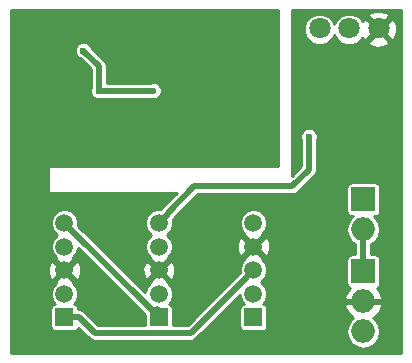
<source format=gbl>
G04 #@! TF.FileFunction,Copper,L2,Bot,Signal*
%FSLAX46Y46*%
G04 Gerber Fmt 4.6, Leading zero omitted, Abs format (unit mm)*
G04 Created by KiCad (PCBNEW 4.0.4-1.fc24-product) date Fri Jan 12 11:43:54 2018*
%MOMM*%
%LPD*%
G01*
G04 APERTURE LIST*
%ADD10C,0.100000*%
%ADD11O,1.998980X1.998980*%
%ADD12R,1.998980X1.998980*%
%ADD13R,1.500000X1.500000*%
%ADD14C,1.500000*%
%ADD15C,1.800000*%
%ADD16C,0.600000*%
%ADD17C,0.500000*%
%ADD18C,0.254000*%
G04 APERTURE END LIST*
D10*
D11*
X182300000Y-77680000D03*
D12*
X182300000Y-72600000D03*
D11*
X182300000Y-75140000D03*
X182300000Y-69040000D03*
D12*
X182300000Y-66500000D03*
D13*
X173000000Y-76500000D03*
D14*
X173000000Y-74500000D03*
X173000000Y-72500000D03*
X173000000Y-70500000D03*
X173000000Y-68500000D03*
D13*
X157000000Y-76500000D03*
D14*
X157000000Y-74500000D03*
X157000000Y-72500000D03*
X157000000Y-70500000D03*
X157000000Y-68500000D03*
D13*
X165000000Y-76500000D03*
D14*
X165000000Y-74500000D03*
X165000000Y-72500000D03*
X165000000Y-70500000D03*
X165000000Y-68500000D03*
D15*
X178600000Y-52000000D03*
X181100000Y-52000000D03*
X183600000Y-52000000D03*
D16*
X177700000Y-61200000D03*
X174300002Y-52400000D03*
X162400000Y-52400000D03*
X164500000Y-52400000D03*
X173500001Y-59200000D03*
X168300002Y-58800000D03*
X157000000Y-60999998D03*
X155000000Y-64300000D03*
X159900000Y-57300000D03*
X158600000Y-53900000D03*
X164500000Y-57300000D03*
D17*
X165000000Y-68500000D02*
X165749999Y-67750001D01*
X165749999Y-67750001D02*
X165749999Y-67650001D01*
X165749999Y-67650001D02*
X168000000Y-65400000D01*
X168000000Y-65400000D02*
X176300000Y-65400000D01*
X176300000Y-65400000D02*
X177700000Y-64000000D01*
X177700000Y-64000000D02*
X177700000Y-61200000D01*
X157000000Y-76500000D02*
X158250000Y-76500000D01*
X158250000Y-76500000D02*
X159550001Y-77800001D01*
X159550001Y-77800001D02*
X167699999Y-77800001D01*
X167699999Y-77800001D02*
X172250001Y-73249999D01*
X172250001Y-73249999D02*
X173000000Y-72500000D01*
X164400000Y-75900000D02*
X157000000Y-68500000D01*
X165000000Y-76000000D02*
X164900000Y-75900000D01*
X165000000Y-76500000D02*
X165000000Y-76000000D01*
X164900000Y-75900000D02*
X164800000Y-75800000D01*
X164900000Y-75900000D02*
X164400000Y-75900000D01*
X159900000Y-55200000D02*
X159900000Y-57300000D01*
X158600000Y-53900000D02*
X159900000Y-55200000D01*
X164500000Y-57300000D02*
X159900000Y-57300000D01*
X182300000Y-69040000D02*
X182300000Y-72600000D01*
D18*
G36*
X175073000Y-63673000D02*
X155700000Y-63673000D01*
X155650590Y-63683006D01*
X155608965Y-63711447D01*
X155581685Y-63753841D01*
X155573000Y-63800000D01*
X155573000Y-65800000D01*
X155583006Y-65849410D01*
X155611447Y-65891035D01*
X155653841Y-65918315D01*
X155700000Y-65927000D01*
X166515578Y-65927000D01*
X165271288Y-67171290D01*
X165169820Y-67323148D01*
X164766907Y-67322796D01*
X164334154Y-67501606D01*
X164002770Y-67832412D01*
X163823205Y-68264853D01*
X163822796Y-68733093D01*
X164001606Y-69165846D01*
X164332412Y-69497230D01*
X164338563Y-69499784D01*
X164334154Y-69501606D01*
X164002770Y-69832412D01*
X163823205Y-70264853D01*
X163822796Y-70733093D01*
X164001606Y-71165846D01*
X164242362Y-71407022D01*
X164208088Y-71528483D01*
X165000000Y-72320395D01*
X165791912Y-71528483D01*
X165757581Y-71406819D01*
X165997230Y-71167588D01*
X166176795Y-70735147D01*
X166177179Y-70295171D01*
X171602799Y-70295171D01*
X171630770Y-70845448D01*
X171787540Y-71223923D01*
X172028483Y-71291912D01*
X172820395Y-70500000D01*
X173179605Y-70500000D01*
X173971517Y-71291912D01*
X174212460Y-71223923D01*
X174397201Y-70704829D01*
X174369230Y-70154552D01*
X174212460Y-69776077D01*
X173971517Y-69708088D01*
X173179605Y-70500000D01*
X172820395Y-70500000D01*
X172028483Y-69708088D01*
X171787540Y-69776077D01*
X171602799Y-70295171D01*
X166177179Y-70295171D01*
X166177204Y-70266907D01*
X165998394Y-69834154D01*
X165667588Y-69502770D01*
X165661437Y-69500216D01*
X165665846Y-69498394D01*
X165997230Y-69167588D01*
X166176795Y-68735147D01*
X166176796Y-68733093D01*
X171822796Y-68733093D01*
X172001606Y-69165846D01*
X172242362Y-69407022D01*
X172208088Y-69528483D01*
X173000000Y-70320395D01*
X173791912Y-69528483D01*
X173757581Y-69406819D01*
X173997230Y-69167588D01*
X174176795Y-68735147D01*
X174177204Y-68266907D01*
X173998394Y-67834154D01*
X173667588Y-67502770D01*
X173235147Y-67323205D01*
X172766907Y-67322796D01*
X172334154Y-67501606D01*
X172002770Y-67832412D01*
X171823205Y-68264853D01*
X171822796Y-68733093D01*
X166176796Y-68733093D01*
X166177192Y-68280230D01*
X166228710Y-68228712D01*
X166375466Y-68009077D01*
X166382200Y-67975222D01*
X168280422Y-66077000D01*
X176300000Y-66077000D01*
X176559077Y-66025466D01*
X176778711Y-65878711D01*
X178178711Y-64478711D01*
X178325466Y-64259077D01*
X178377000Y-64000000D01*
X178377000Y-61465353D01*
X178426874Y-61345244D01*
X178427126Y-61056025D01*
X178316680Y-60788725D01*
X178112350Y-60584039D01*
X177845244Y-60473126D01*
X177556025Y-60472874D01*
X177288725Y-60583320D01*
X177084039Y-60787650D01*
X176973126Y-61054756D01*
X176972874Y-61343975D01*
X177023000Y-61465289D01*
X177023000Y-63719578D01*
X176227000Y-64515578D01*
X176227000Y-52362798D01*
X177272771Y-52362798D01*
X177474369Y-52850703D01*
X177847334Y-53224319D01*
X178334885Y-53426769D01*
X178862798Y-53427229D01*
X179350703Y-53225631D01*
X179724319Y-52852666D01*
X179850060Y-52549851D01*
X179974369Y-52850703D01*
X180347334Y-53224319D01*
X180834885Y-53426769D01*
X181362798Y-53427229D01*
X181850703Y-53225631D01*
X181896254Y-53180159D01*
X182699446Y-53180159D01*
X182785852Y-53436643D01*
X183359336Y-53646458D01*
X183969460Y-53620839D01*
X184414148Y-53436643D01*
X184500554Y-53180159D01*
X183600000Y-52279605D01*
X182699446Y-53180159D01*
X181896254Y-53180159D01*
X182224319Y-52852666D01*
X182231113Y-52836304D01*
X182263357Y-52914148D01*
X182519841Y-53000554D01*
X183420395Y-52100000D01*
X183779605Y-52100000D01*
X184680159Y-53000554D01*
X184936643Y-52914148D01*
X185146458Y-52340664D01*
X185120839Y-51730540D01*
X184936643Y-51285852D01*
X184680159Y-51199446D01*
X183779605Y-52100000D01*
X183420395Y-52100000D01*
X182519841Y-51199446D01*
X182263357Y-51285852D01*
X182233329Y-51367927D01*
X182225631Y-51349297D01*
X181896750Y-51019841D01*
X182699446Y-51019841D01*
X183600000Y-51920395D01*
X184500554Y-51019841D01*
X184414148Y-50763357D01*
X183840664Y-50553542D01*
X183230540Y-50579161D01*
X182785852Y-50763357D01*
X182699446Y-51019841D01*
X181896750Y-51019841D01*
X181852666Y-50975681D01*
X181365115Y-50773231D01*
X180837202Y-50772771D01*
X180349297Y-50974369D01*
X179975681Y-51347334D01*
X179849940Y-51650149D01*
X179725631Y-51349297D01*
X179352666Y-50975681D01*
X178865115Y-50773231D01*
X178337202Y-50772771D01*
X177849297Y-50974369D01*
X177475681Y-51347334D01*
X177273231Y-51834885D01*
X177272771Y-52362798D01*
X176227000Y-52362798D01*
X176227000Y-50502000D01*
X185498000Y-50502000D01*
X185498000Y-79498000D01*
X152502000Y-79498000D01*
X152502000Y-75750000D01*
X155814635Y-75750000D01*
X155814635Y-77250000D01*
X155844409Y-77408237D01*
X155937927Y-77553567D01*
X156080619Y-77651064D01*
X156250000Y-77685365D01*
X157750000Y-77685365D01*
X157908237Y-77655591D01*
X158053567Y-77562073D01*
X158151064Y-77419381D01*
X158161319Y-77368741D01*
X159071290Y-78278712D01*
X159290924Y-78425467D01*
X159550001Y-78477001D01*
X167699999Y-78477001D01*
X167959076Y-78425467D01*
X168178710Y-78278712D01*
X171822882Y-74634541D01*
X171822796Y-74733093D01*
X172001606Y-75165846D01*
X172165927Y-75330454D01*
X172091763Y-75344409D01*
X171946433Y-75437927D01*
X171848936Y-75580619D01*
X171814635Y-75750000D01*
X171814635Y-77250000D01*
X171844409Y-77408237D01*
X171937927Y-77553567D01*
X172080619Y-77651064D01*
X172250000Y-77685365D01*
X173750000Y-77685365D01*
X173908237Y-77655591D01*
X174053567Y-77562073D01*
X174151064Y-77419381D01*
X174185365Y-77250000D01*
X174185365Y-75750000D01*
X174155591Y-75591763D01*
X174109641Y-75520355D01*
X180710373Y-75520355D01*
X180976932Y-76099726D01*
X181444916Y-76532987D01*
X181452081Y-76535955D01*
X181291319Y-76643372D01*
X180982095Y-77106159D01*
X180873510Y-77652053D01*
X180873510Y-77707947D01*
X180982095Y-78253841D01*
X181291319Y-78716628D01*
X181754106Y-79025852D01*
X182300000Y-79134437D01*
X182845894Y-79025852D01*
X183308681Y-78716628D01*
X183617905Y-78253841D01*
X183726490Y-77707947D01*
X183726490Y-77652053D01*
X183617905Y-77106159D01*
X183308681Y-76643372D01*
X183147919Y-76535955D01*
X183155084Y-76532987D01*
X183623068Y-76099726D01*
X183889627Y-75520355D01*
X183770807Y-75267000D01*
X182427000Y-75267000D01*
X182427000Y-75287000D01*
X182173000Y-75287000D01*
X182173000Y-75267000D01*
X180829193Y-75267000D01*
X180710373Y-75520355D01*
X174109641Y-75520355D01*
X174062073Y-75446433D01*
X173919381Y-75348936D01*
X173833074Y-75331458D01*
X173997230Y-75167588D01*
X174166622Y-74759645D01*
X180710373Y-74759645D01*
X180829193Y-75013000D01*
X182173000Y-75013000D01*
X182173000Y-74993000D01*
X182427000Y-74993000D01*
X182427000Y-75013000D01*
X183770807Y-75013000D01*
X183889627Y-74759645D01*
X183623068Y-74180274D01*
X183437870Y-74008817D01*
X183457727Y-74005081D01*
X183603057Y-73911563D01*
X183700554Y-73768871D01*
X183734855Y-73599490D01*
X183734855Y-71600510D01*
X183705081Y-71442273D01*
X183611563Y-71296943D01*
X183468871Y-71199446D01*
X183299490Y-71165145D01*
X182977000Y-71165145D01*
X182977000Y-70298250D01*
X183308681Y-70076628D01*
X183617905Y-69613841D01*
X183726490Y-69067947D01*
X183726490Y-69012053D01*
X183617905Y-68466159D01*
X183308681Y-68003372D01*
X183206138Y-67934855D01*
X183299490Y-67934855D01*
X183457727Y-67905081D01*
X183603057Y-67811563D01*
X183700554Y-67668871D01*
X183734855Y-67499490D01*
X183734855Y-65500510D01*
X183705081Y-65342273D01*
X183611563Y-65196943D01*
X183468871Y-65099446D01*
X183299490Y-65065145D01*
X181300510Y-65065145D01*
X181142273Y-65094919D01*
X180996943Y-65188437D01*
X180899446Y-65331129D01*
X180865145Y-65500510D01*
X180865145Y-67499490D01*
X180894919Y-67657727D01*
X180988437Y-67803057D01*
X181131129Y-67900554D01*
X181300510Y-67934855D01*
X181393862Y-67934855D01*
X181291319Y-68003372D01*
X180982095Y-68466159D01*
X180873510Y-69012053D01*
X180873510Y-69067947D01*
X180982095Y-69613841D01*
X181291319Y-70076628D01*
X181623000Y-70298250D01*
X181623000Y-71165145D01*
X181300510Y-71165145D01*
X181142273Y-71194919D01*
X180996943Y-71288437D01*
X180899446Y-71431129D01*
X180865145Y-71600510D01*
X180865145Y-73599490D01*
X180894919Y-73757727D01*
X180988437Y-73903057D01*
X181131129Y-74000554D01*
X181163889Y-74007188D01*
X180976932Y-74180274D01*
X180710373Y-74759645D01*
X174166622Y-74759645D01*
X174176795Y-74735147D01*
X174177204Y-74266907D01*
X173998394Y-73834154D01*
X173667588Y-73502770D01*
X173661437Y-73500216D01*
X173665846Y-73498394D01*
X173997230Y-73167588D01*
X174176795Y-72735147D01*
X174177204Y-72266907D01*
X173998394Y-71834154D01*
X173757638Y-71592978D01*
X173791912Y-71471517D01*
X173000000Y-70679605D01*
X172208088Y-71471517D01*
X172242419Y-71593181D01*
X172002770Y-71832412D01*
X171823205Y-72264853D01*
X171822808Y-72719770D01*
X171771293Y-72771285D01*
X171771290Y-72771287D01*
X167419577Y-77123001D01*
X166185365Y-77123001D01*
X166185365Y-75750000D01*
X166155591Y-75591763D01*
X166062073Y-75446433D01*
X165919381Y-75348936D01*
X165833074Y-75331458D01*
X165997230Y-75167588D01*
X166176795Y-74735147D01*
X166177204Y-74266907D01*
X165998394Y-73834154D01*
X165757638Y-73592978D01*
X165791912Y-73471517D01*
X165000000Y-72679605D01*
X164208088Y-73471517D01*
X164242419Y-73593181D01*
X164002770Y-73832412D01*
X163823205Y-74264853D01*
X163823117Y-74365694D01*
X161752594Y-72295171D01*
X163602799Y-72295171D01*
X163630770Y-72845448D01*
X163787540Y-73223923D01*
X164028483Y-73291912D01*
X164820395Y-72500000D01*
X165179605Y-72500000D01*
X165971517Y-73291912D01*
X166212460Y-73223923D01*
X166397201Y-72704829D01*
X166369230Y-72154552D01*
X166212460Y-71776077D01*
X165971517Y-71708088D01*
X165179605Y-72500000D01*
X164820395Y-72500000D01*
X164028483Y-71708088D01*
X163787540Y-71776077D01*
X163602799Y-72295171D01*
X161752594Y-72295171D01*
X158176809Y-68719387D01*
X158177204Y-68266907D01*
X157998394Y-67834154D01*
X157667588Y-67502770D01*
X157235147Y-67323205D01*
X156766907Y-67322796D01*
X156334154Y-67501606D01*
X156002770Y-67832412D01*
X155823205Y-68264853D01*
X155822796Y-68733093D01*
X156001606Y-69165846D01*
X156332412Y-69497230D01*
X156338563Y-69499784D01*
X156334154Y-69501606D01*
X156002770Y-69832412D01*
X155823205Y-70264853D01*
X155822796Y-70733093D01*
X156001606Y-71165846D01*
X156242362Y-71407022D01*
X156208088Y-71528483D01*
X157000000Y-72320395D01*
X157791912Y-71528483D01*
X157757581Y-71406819D01*
X157997230Y-71167588D01*
X158176795Y-70735147D01*
X158176883Y-70634305D01*
X163814635Y-76272058D01*
X163814635Y-77123001D01*
X159830423Y-77123001D01*
X158728711Y-76021289D01*
X158547189Y-75900000D01*
X158509077Y-75874534D01*
X158250000Y-75823000D01*
X158185365Y-75823000D01*
X158185365Y-75750000D01*
X158155591Y-75591763D01*
X158062073Y-75446433D01*
X157919381Y-75348936D01*
X157833074Y-75331458D01*
X157997230Y-75167588D01*
X158176795Y-74735147D01*
X158177204Y-74266907D01*
X157998394Y-73834154D01*
X157757638Y-73592978D01*
X157791912Y-73471517D01*
X157000000Y-72679605D01*
X156208088Y-73471517D01*
X156242419Y-73593181D01*
X156002770Y-73832412D01*
X155823205Y-74264853D01*
X155822796Y-74733093D01*
X156001606Y-75165846D01*
X156165927Y-75330454D01*
X156091763Y-75344409D01*
X155946433Y-75437927D01*
X155848936Y-75580619D01*
X155814635Y-75750000D01*
X152502000Y-75750000D01*
X152502000Y-72295171D01*
X155602799Y-72295171D01*
X155630770Y-72845448D01*
X155787540Y-73223923D01*
X156028483Y-73291912D01*
X156820395Y-72500000D01*
X157179605Y-72500000D01*
X157971517Y-73291912D01*
X158212460Y-73223923D01*
X158397201Y-72704829D01*
X158369230Y-72154552D01*
X158212460Y-71776077D01*
X157971517Y-71708088D01*
X157179605Y-72500000D01*
X156820395Y-72500000D01*
X156028483Y-71708088D01*
X155787540Y-71776077D01*
X155602799Y-72295171D01*
X152502000Y-72295171D01*
X152502000Y-54043975D01*
X157872874Y-54043975D01*
X157983320Y-54311275D01*
X158187650Y-54515961D01*
X158308877Y-54566299D01*
X159223000Y-55480423D01*
X159223000Y-57034647D01*
X159173126Y-57154756D01*
X159172874Y-57443975D01*
X159283320Y-57711275D01*
X159487650Y-57915961D01*
X159754756Y-58026874D01*
X160043975Y-58027126D01*
X160165289Y-57977000D01*
X164234647Y-57977000D01*
X164354756Y-58026874D01*
X164643975Y-58027126D01*
X164911275Y-57916680D01*
X165115961Y-57712350D01*
X165226874Y-57445244D01*
X165227126Y-57156025D01*
X165116680Y-56888725D01*
X164912350Y-56684039D01*
X164645244Y-56573126D01*
X164356025Y-56572874D01*
X164234711Y-56623000D01*
X160577000Y-56623000D01*
X160577000Y-55200000D01*
X160525467Y-54940924D01*
X160378712Y-54721289D01*
X159266344Y-53608922D01*
X159216680Y-53488725D01*
X159012350Y-53284039D01*
X158745244Y-53173126D01*
X158456025Y-53172874D01*
X158188725Y-53283320D01*
X157984039Y-53487650D01*
X157873126Y-53754756D01*
X157872874Y-54043975D01*
X152502000Y-54043975D01*
X152502000Y-50502000D01*
X175073000Y-50502000D01*
X175073000Y-63673000D01*
X175073000Y-63673000D01*
G37*
X175073000Y-63673000D02*
X155700000Y-63673000D01*
X155650590Y-63683006D01*
X155608965Y-63711447D01*
X155581685Y-63753841D01*
X155573000Y-63800000D01*
X155573000Y-65800000D01*
X155583006Y-65849410D01*
X155611447Y-65891035D01*
X155653841Y-65918315D01*
X155700000Y-65927000D01*
X166515578Y-65927000D01*
X165271288Y-67171290D01*
X165169820Y-67323148D01*
X164766907Y-67322796D01*
X164334154Y-67501606D01*
X164002770Y-67832412D01*
X163823205Y-68264853D01*
X163822796Y-68733093D01*
X164001606Y-69165846D01*
X164332412Y-69497230D01*
X164338563Y-69499784D01*
X164334154Y-69501606D01*
X164002770Y-69832412D01*
X163823205Y-70264853D01*
X163822796Y-70733093D01*
X164001606Y-71165846D01*
X164242362Y-71407022D01*
X164208088Y-71528483D01*
X165000000Y-72320395D01*
X165791912Y-71528483D01*
X165757581Y-71406819D01*
X165997230Y-71167588D01*
X166176795Y-70735147D01*
X166177179Y-70295171D01*
X171602799Y-70295171D01*
X171630770Y-70845448D01*
X171787540Y-71223923D01*
X172028483Y-71291912D01*
X172820395Y-70500000D01*
X173179605Y-70500000D01*
X173971517Y-71291912D01*
X174212460Y-71223923D01*
X174397201Y-70704829D01*
X174369230Y-70154552D01*
X174212460Y-69776077D01*
X173971517Y-69708088D01*
X173179605Y-70500000D01*
X172820395Y-70500000D01*
X172028483Y-69708088D01*
X171787540Y-69776077D01*
X171602799Y-70295171D01*
X166177179Y-70295171D01*
X166177204Y-70266907D01*
X165998394Y-69834154D01*
X165667588Y-69502770D01*
X165661437Y-69500216D01*
X165665846Y-69498394D01*
X165997230Y-69167588D01*
X166176795Y-68735147D01*
X166176796Y-68733093D01*
X171822796Y-68733093D01*
X172001606Y-69165846D01*
X172242362Y-69407022D01*
X172208088Y-69528483D01*
X173000000Y-70320395D01*
X173791912Y-69528483D01*
X173757581Y-69406819D01*
X173997230Y-69167588D01*
X174176795Y-68735147D01*
X174177204Y-68266907D01*
X173998394Y-67834154D01*
X173667588Y-67502770D01*
X173235147Y-67323205D01*
X172766907Y-67322796D01*
X172334154Y-67501606D01*
X172002770Y-67832412D01*
X171823205Y-68264853D01*
X171822796Y-68733093D01*
X166176796Y-68733093D01*
X166177192Y-68280230D01*
X166228710Y-68228712D01*
X166375466Y-68009077D01*
X166382200Y-67975222D01*
X168280422Y-66077000D01*
X176300000Y-66077000D01*
X176559077Y-66025466D01*
X176778711Y-65878711D01*
X178178711Y-64478711D01*
X178325466Y-64259077D01*
X178377000Y-64000000D01*
X178377000Y-61465353D01*
X178426874Y-61345244D01*
X178427126Y-61056025D01*
X178316680Y-60788725D01*
X178112350Y-60584039D01*
X177845244Y-60473126D01*
X177556025Y-60472874D01*
X177288725Y-60583320D01*
X177084039Y-60787650D01*
X176973126Y-61054756D01*
X176972874Y-61343975D01*
X177023000Y-61465289D01*
X177023000Y-63719578D01*
X176227000Y-64515578D01*
X176227000Y-52362798D01*
X177272771Y-52362798D01*
X177474369Y-52850703D01*
X177847334Y-53224319D01*
X178334885Y-53426769D01*
X178862798Y-53427229D01*
X179350703Y-53225631D01*
X179724319Y-52852666D01*
X179850060Y-52549851D01*
X179974369Y-52850703D01*
X180347334Y-53224319D01*
X180834885Y-53426769D01*
X181362798Y-53427229D01*
X181850703Y-53225631D01*
X181896254Y-53180159D01*
X182699446Y-53180159D01*
X182785852Y-53436643D01*
X183359336Y-53646458D01*
X183969460Y-53620839D01*
X184414148Y-53436643D01*
X184500554Y-53180159D01*
X183600000Y-52279605D01*
X182699446Y-53180159D01*
X181896254Y-53180159D01*
X182224319Y-52852666D01*
X182231113Y-52836304D01*
X182263357Y-52914148D01*
X182519841Y-53000554D01*
X183420395Y-52100000D01*
X183779605Y-52100000D01*
X184680159Y-53000554D01*
X184936643Y-52914148D01*
X185146458Y-52340664D01*
X185120839Y-51730540D01*
X184936643Y-51285852D01*
X184680159Y-51199446D01*
X183779605Y-52100000D01*
X183420395Y-52100000D01*
X182519841Y-51199446D01*
X182263357Y-51285852D01*
X182233329Y-51367927D01*
X182225631Y-51349297D01*
X181896750Y-51019841D01*
X182699446Y-51019841D01*
X183600000Y-51920395D01*
X184500554Y-51019841D01*
X184414148Y-50763357D01*
X183840664Y-50553542D01*
X183230540Y-50579161D01*
X182785852Y-50763357D01*
X182699446Y-51019841D01*
X181896750Y-51019841D01*
X181852666Y-50975681D01*
X181365115Y-50773231D01*
X180837202Y-50772771D01*
X180349297Y-50974369D01*
X179975681Y-51347334D01*
X179849940Y-51650149D01*
X179725631Y-51349297D01*
X179352666Y-50975681D01*
X178865115Y-50773231D01*
X178337202Y-50772771D01*
X177849297Y-50974369D01*
X177475681Y-51347334D01*
X177273231Y-51834885D01*
X177272771Y-52362798D01*
X176227000Y-52362798D01*
X176227000Y-50502000D01*
X185498000Y-50502000D01*
X185498000Y-79498000D01*
X152502000Y-79498000D01*
X152502000Y-75750000D01*
X155814635Y-75750000D01*
X155814635Y-77250000D01*
X155844409Y-77408237D01*
X155937927Y-77553567D01*
X156080619Y-77651064D01*
X156250000Y-77685365D01*
X157750000Y-77685365D01*
X157908237Y-77655591D01*
X158053567Y-77562073D01*
X158151064Y-77419381D01*
X158161319Y-77368741D01*
X159071290Y-78278712D01*
X159290924Y-78425467D01*
X159550001Y-78477001D01*
X167699999Y-78477001D01*
X167959076Y-78425467D01*
X168178710Y-78278712D01*
X171822882Y-74634541D01*
X171822796Y-74733093D01*
X172001606Y-75165846D01*
X172165927Y-75330454D01*
X172091763Y-75344409D01*
X171946433Y-75437927D01*
X171848936Y-75580619D01*
X171814635Y-75750000D01*
X171814635Y-77250000D01*
X171844409Y-77408237D01*
X171937927Y-77553567D01*
X172080619Y-77651064D01*
X172250000Y-77685365D01*
X173750000Y-77685365D01*
X173908237Y-77655591D01*
X174053567Y-77562073D01*
X174151064Y-77419381D01*
X174185365Y-77250000D01*
X174185365Y-75750000D01*
X174155591Y-75591763D01*
X174109641Y-75520355D01*
X180710373Y-75520355D01*
X180976932Y-76099726D01*
X181444916Y-76532987D01*
X181452081Y-76535955D01*
X181291319Y-76643372D01*
X180982095Y-77106159D01*
X180873510Y-77652053D01*
X180873510Y-77707947D01*
X180982095Y-78253841D01*
X181291319Y-78716628D01*
X181754106Y-79025852D01*
X182300000Y-79134437D01*
X182845894Y-79025852D01*
X183308681Y-78716628D01*
X183617905Y-78253841D01*
X183726490Y-77707947D01*
X183726490Y-77652053D01*
X183617905Y-77106159D01*
X183308681Y-76643372D01*
X183147919Y-76535955D01*
X183155084Y-76532987D01*
X183623068Y-76099726D01*
X183889627Y-75520355D01*
X183770807Y-75267000D01*
X182427000Y-75267000D01*
X182427000Y-75287000D01*
X182173000Y-75287000D01*
X182173000Y-75267000D01*
X180829193Y-75267000D01*
X180710373Y-75520355D01*
X174109641Y-75520355D01*
X174062073Y-75446433D01*
X173919381Y-75348936D01*
X173833074Y-75331458D01*
X173997230Y-75167588D01*
X174166622Y-74759645D01*
X180710373Y-74759645D01*
X180829193Y-75013000D01*
X182173000Y-75013000D01*
X182173000Y-74993000D01*
X182427000Y-74993000D01*
X182427000Y-75013000D01*
X183770807Y-75013000D01*
X183889627Y-74759645D01*
X183623068Y-74180274D01*
X183437870Y-74008817D01*
X183457727Y-74005081D01*
X183603057Y-73911563D01*
X183700554Y-73768871D01*
X183734855Y-73599490D01*
X183734855Y-71600510D01*
X183705081Y-71442273D01*
X183611563Y-71296943D01*
X183468871Y-71199446D01*
X183299490Y-71165145D01*
X182977000Y-71165145D01*
X182977000Y-70298250D01*
X183308681Y-70076628D01*
X183617905Y-69613841D01*
X183726490Y-69067947D01*
X183726490Y-69012053D01*
X183617905Y-68466159D01*
X183308681Y-68003372D01*
X183206138Y-67934855D01*
X183299490Y-67934855D01*
X183457727Y-67905081D01*
X183603057Y-67811563D01*
X183700554Y-67668871D01*
X183734855Y-67499490D01*
X183734855Y-65500510D01*
X183705081Y-65342273D01*
X183611563Y-65196943D01*
X183468871Y-65099446D01*
X183299490Y-65065145D01*
X181300510Y-65065145D01*
X181142273Y-65094919D01*
X180996943Y-65188437D01*
X180899446Y-65331129D01*
X180865145Y-65500510D01*
X180865145Y-67499490D01*
X180894919Y-67657727D01*
X180988437Y-67803057D01*
X181131129Y-67900554D01*
X181300510Y-67934855D01*
X181393862Y-67934855D01*
X181291319Y-68003372D01*
X180982095Y-68466159D01*
X180873510Y-69012053D01*
X180873510Y-69067947D01*
X180982095Y-69613841D01*
X181291319Y-70076628D01*
X181623000Y-70298250D01*
X181623000Y-71165145D01*
X181300510Y-71165145D01*
X181142273Y-71194919D01*
X180996943Y-71288437D01*
X180899446Y-71431129D01*
X180865145Y-71600510D01*
X180865145Y-73599490D01*
X180894919Y-73757727D01*
X180988437Y-73903057D01*
X181131129Y-74000554D01*
X181163889Y-74007188D01*
X180976932Y-74180274D01*
X180710373Y-74759645D01*
X174166622Y-74759645D01*
X174176795Y-74735147D01*
X174177204Y-74266907D01*
X173998394Y-73834154D01*
X173667588Y-73502770D01*
X173661437Y-73500216D01*
X173665846Y-73498394D01*
X173997230Y-73167588D01*
X174176795Y-72735147D01*
X174177204Y-72266907D01*
X173998394Y-71834154D01*
X173757638Y-71592978D01*
X173791912Y-71471517D01*
X173000000Y-70679605D01*
X172208088Y-71471517D01*
X172242419Y-71593181D01*
X172002770Y-71832412D01*
X171823205Y-72264853D01*
X171822808Y-72719770D01*
X171771293Y-72771285D01*
X171771290Y-72771287D01*
X167419577Y-77123001D01*
X166185365Y-77123001D01*
X166185365Y-75750000D01*
X166155591Y-75591763D01*
X166062073Y-75446433D01*
X165919381Y-75348936D01*
X165833074Y-75331458D01*
X165997230Y-75167588D01*
X166176795Y-74735147D01*
X166177204Y-74266907D01*
X165998394Y-73834154D01*
X165757638Y-73592978D01*
X165791912Y-73471517D01*
X165000000Y-72679605D01*
X164208088Y-73471517D01*
X164242419Y-73593181D01*
X164002770Y-73832412D01*
X163823205Y-74264853D01*
X163823117Y-74365694D01*
X161752594Y-72295171D01*
X163602799Y-72295171D01*
X163630770Y-72845448D01*
X163787540Y-73223923D01*
X164028483Y-73291912D01*
X164820395Y-72500000D01*
X165179605Y-72500000D01*
X165971517Y-73291912D01*
X166212460Y-73223923D01*
X166397201Y-72704829D01*
X166369230Y-72154552D01*
X166212460Y-71776077D01*
X165971517Y-71708088D01*
X165179605Y-72500000D01*
X164820395Y-72500000D01*
X164028483Y-71708088D01*
X163787540Y-71776077D01*
X163602799Y-72295171D01*
X161752594Y-72295171D01*
X158176809Y-68719387D01*
X158177204Y-68266907D01*
X157998394Y-67834154D01*
X157667588Y-67502770D01*
X157235147Y-67323205D01*
X156766907Y-67322796D01*
X156334154Y-67501606D01*
X156002770Y-67832412D01*
X155823205Y-68264853D01*
X155822796Y-68733093D01*
X156001606Y-69165846D01*
X156332412Y-69497230D01*
X156338563Y-69499784D01*
X156334154Y-69501606D01*
X156002770Y-69832412D01*
X155823205Y-70264853D01*
X155822796Y-70733093D01*
X156001606Y-71165846D01*
X156242362Y-71407022D01*
X156208088Y-71528483D01*
X157000000Y-72320395D01*
X157791912Y-71528483D01*
X157757581Y-71406819D01*
X157997230Y-71167588D01*
X158176795Y-70735147D01*
X158176883Y-70634305D01*
X163814635Y-76272058D01*
X163814635Y-77123001D01*
X159830423Y-77123001D01*
X158728711Y-76021289D01*
X158547189Y-75900000D01*
X158509077Y-75874534D01*
X158250000Y-75823000D01*
X158185365Y-75823000D01*
X158185365Y-75750000D01*
X158155591Y-75591763D01*
X158062073Y-75446433D01*
X157919381Y-75348936D01*
X157833074Y-75331458D01*
X157997230Y-75167588D01*
X158176795Y-74735147D01*
X158177204Y-74266907D01*
X157998394Y-73834154D01*
X157757638Y-73592978D01*
X157791912Y-73471517D01*
X157000000Y-72679605D01*
X156208088Y-73471517D01*
X156242419Y-73593181D01*
X156002770Y-73832412D01*
X155823205Y-74264853D01*
X155822796Y-74733093D01*
X156001606Y-75165846D01*
X156165927Y-75330454D01*
X156091763Y-75344409D01*
X155946433Y-75437927D01*
X155848936Y-75580619D01*
X155814635Y-75750000D01*
X152502000Y-75750000D01*
X152502000Y-72295171D01*
X155602799Y-72295171D01*
X155630770Y-72845448D01*
X155787540Y-73223923D01*
X156028483Y-73291912D01*
X156820395Y-72500000D01*
X157179605Y-72500000D01*
X157971517Y-73291912D01*
X158212460Y-73223923D01*
X158397201Y-72704829D01*
X158369230Y-72154552D01*
X158212460Y-71776077D01*
X157971517Y-71708088D01*
X157179605Y-72500000D01*
X156820395Y-72500000D01*
X156028483Y-71708088D01*
X155787540Y-71776077D01*
X155602799Y-72295171D01*
X152502000Y-72295171D01*
X152502000Y-54043975D01*
X157872874Y-54043975D01*
X157983320Y-54311275D01*
X158187650Y-54515961D01*
X158308877Y-54566299D01*
X159223000Y-55480423D01*
X159223000Y-57034647D01*
X159173126Y-57154756D01*
X159172874Y-57443975D01*
X159283320Y-57711275D01*
X159487650Y-57915961D01*
X159754756Y-58026874D01*
X160043975Y-58027126D01*
X160165289Y-57977000D01*
X164234647Y-57977000D01*
X164354756Y-58026874D01*
X164643975Y-58027126D01*
X164911275Y-57916680D01*
X165115961Y-57712350D01*
X165226874Y-57445244D01*
X165227126Y-57156025D01*
X165116680Y-56888725D01*
X164912350Y-56684039D01*
X164645244Y-56573126D01*
X164356025Y-56572874D01*
X164234711Y-56623000D01*
X160577000Y-56623000D01*
X160577000Y-55200000D01*
X160525467Y-54940924D01*
X160378712Y-54721289D01*
X159266344Y-53608922D01*
X159216680Y-53488725D01*
X159012350Y-53284039D01*
X158745244Y-53173126D01*
X158456025Y-53172874D01*
X158188725Y-53283320D01*
X157984039Y-53487650D01*
X157873126Y-53754756D01*
X157872874Y-54043975D01*
X152502000Y-54043975D01*
X152502000Y-50502000D01*
X175073000Y-50502000D01*
X175073000Y-63673000D01*
M02*

</source>
